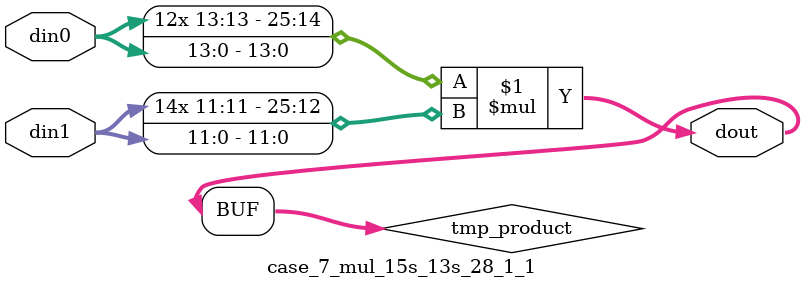
<source format=v>

`timescale 1 ns / 1 ps

 (* use_dsp = "no" *)  module case_7_mul_15s_13s_28_1_1(din0, din1, dout);
parameter ID = 1;
parameter NUM_STAGE = 0;
parameter din0_WIDTH = 14;
parameter din1_WIDTH = 12;
parameter dout_WIDTH = 26;

input [din0_WIDTH - 1 : 0] din0; 
input [din1_WIDTH - 1 : 0] din1; 
output [dout_WIDTH - 1 : 0] dout;

wire signed [dout_WIDTH - 1 : 0] tmp_product;



























assign tmp_product = $signed(din0) * $signed(din1);








assign dout = tmp_product;





















endmodule

</source>
